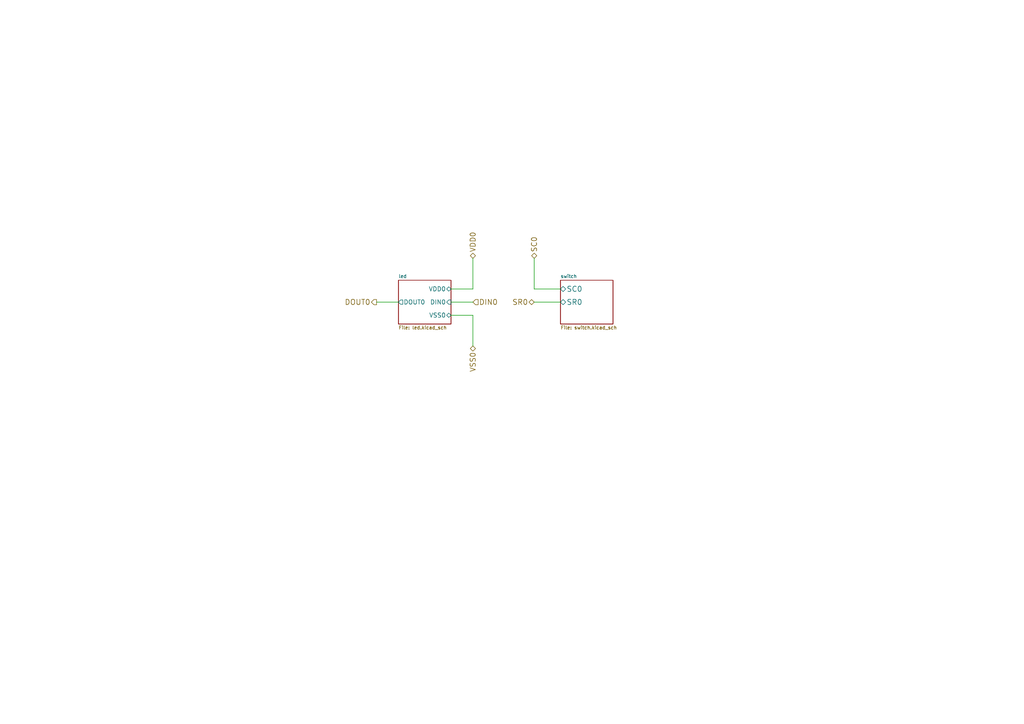
<source format=kicad_sch>
(kicad_sch (version 20211123) (generator eeschema)
  (paper "A4")
  (title_block (date "15 sep 2015"))
  (lib_symbols)
  (wire (pts (xy 130.81 91.44) (xy 137.16 91.44)))
  (wire (pts (xy 162.56 87.63) (xy 154.94 87.63)))
  (wire (pts (xy 130.81 83.82) (xy 137.16 83.82)))
  (wire (pts (xy 130.81 87.63) (xy 137.16 87.63)))
  (wire (pts (xy 137.16 91.44) (xy 137.16 100.33)))
  (wire (pts (xy 115.57 87.63) (xy 109.22 87.63)))
  (wire (pts (xy 162.56 83.82) (xy 154.94 83.82)))
  (wire (pts (xy 137.16 83.82) (xy 137.16 74.93)))
  (wire (pts (xy 154.94 83.82) (xy 154.94 74.93)))
  (hierarchical_label "DOUT0" (shape output) (at 109.22 87.63 180) (effects (font (size 1.524 1.524))))
  (hierarchical_label "SR0" (shape bidirectional) (at 154.94 87.63 180) (effects (font (size 1.524 1.524))))
  (hierarchical_label "VDD0" (shape bidirectional) (at 137.16 74.93 90) (effects (font (size 1.524 1.524))))
  (hierarchical_label "DIN0" (shape input) (at 137.16 87.63 0) (effects (font (size 1.524 1.524))))
  (hierarchical_label "VSS0" (shape bidirectional) (at 137.16 100.33 270) (effects (font (size 1.524 1.524))))
  (hierarchical_label "SC0" (shape bidirectional) (at 154.94 74.93 90) (effects (font (size 1.524 1.524))))
  (sheet (at 115.57 81.28) (size 15.24 12.7)
    (property "Sheet name" "led" (at 115.57 80.7081 0) (effects (font (size 0.9906 0.9906)) (justify left bottom)))
    (property "Sheet file" "led.kicad_sch" (at 115.57 94.4528 0) (effects (font (size 0.9906 0.9906)) (justify left top)))
    (pin "VDD0" bidirectional (at 130.81 83.82 0))
    (pin "DIN0" input (at 130.81 87.63 0))
    (pin "VSS0" bidirectional (at 130.81 91.44 0))
    (pin "DOUT0" output (at 115.57 87.63 180))
  )
  (sheet (at 162.56 81.28) (size 15.24 12.7)
    (property "Sheet name" "switch" (at 162.56 80.7081 0) (effects (font (size 0.9906 0.9906)) (justify left bottom)))
    (property "Sheet file" "switch.kicad_sch" (at 162.56 94.4528 0) (effects (font (size 0.9906 0.9906)) (justify left top)))
    (pin "SC0" bidirectional (at 162.56 83.82 180) (effects (font (size 1.524 1.524))))
    (pin "SR0" bidirectional (at 162.56 87.63 180) (effects (font (size 1.524 1.524))))
  )
)
</source>
